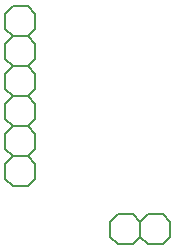
<source format=gto>
G04 EAGLE Gerber RS-274X export*
G75*
%MOMM*%
%FSLAX34Y34*%
%LPD*%
%INSilkscreen Top*%
%IPPOS*%
%AMOC8*
5,1,8,0,0,1.08239X$1,22.5*%
G01*
G04 Define Apertures*
%ADD10C,0.152400*%
D10*
X15700Y147650D02*
X15700Y160350D01*
X22050Y166700D01*
X34750Y166700D01*
X41100Y160350D01*
X22050Y166700D02*
X15700Y173050D01*
X15700Y185750D01*
X22050Y192100D01*
X34750Y192100D01*
X41100Y185750D01*
X41100Y173050D01*
X34750Y166700D01*
X15700Y122250D02*
X22050Y115900D01*
X15700Y122250D02*
X15700Y134950D01*
X22050Y141300D01*
X34750Y141300D01*
X41100Y134950D01*
X41100Y122250D01*
X34750Y115900D01*
X22050Y141300D02*
X15700Y147650D01*
X34750Y141300D02*
X41100Y147650D01*
X41100Y160350D01*
X15700Y84150D02*
X15700Y71450D01*
X15700Y84150D02*
X22050Y90500D01*
X34750Y90500D01*
X41100Y84150D01*
X22050Y90500D02*
X15700Y96850D01*
X15700Y109550D01*
X22050Y115900D01*
X34750Y115900D01*
X41100Y109550D01*
X41100Y96850D01*
X34750Y90500D01*
X34750Y65100D02*
X22050Y65100D01*
X15700Y71450D01*
X34750Y65100D02*
X41100Y71450D01*
X41100Y84150D01*
X15700Y198450D02*
X15700Y211150D01*
X22050Y217500D01*
X34750Y217500D01*
X41100Y211150D01*
X22050Y192100D02*
X15700Y198450D01*
X34750Y192100D02*
X41100Y198450D01*
X41100Y211150D01*
X136350Y16300D02*
X149050Y16300D01*
X136350Y16300D02*
X130000Y22650D01*
X130000Y35350D01*
X136350Y41700D01*
X155400Y35350D02*
X155400Y22650D01*
X149050Y16300D01*
X155400Y35350D02*
X149050Y41700D01*
X136350Y41700D01*
X130000Y22650D02*
X123650Y16300D01*
X110950Y16300D01*
X104600Y22650D01*
X104600Y35350D01*
X110950Y41700D01*
X123650Y41700D01*
X130000Y35350D01*
M02*

</source>
